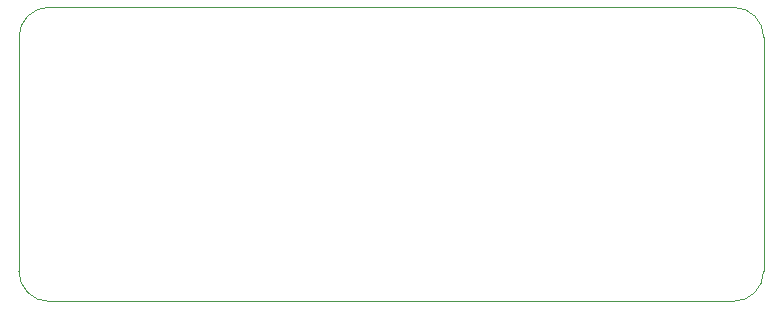
<source format=gm1>
G04 #@! TF.GenerationSoftware,KiCad,Pcbnew,(5.1.0)-1*
G04 #@! TF.CreationDate,2019-08-21T11:10:36-04:00*
G04 #@! TF.ProjectId,Famicom Expansion to NES Controller,46616d69-636f-46d2-9045-7870616e7369,rev?*
G04 #@! TF.SameCoordinates,Original*
G04 #@! TF.FileFunction,Profile,NP*
%FSLAX46Y46*%
G04 Gerber Fmt 4.6, Leading zero omitted, Abs format (unit mm)*
G04 Created by KiCad (PCBNEW (5.1.0)-1) date 2019-08-21 11:10:36*
%MOMM*%
%LPD*%
G04 APERTURE LIST*
%ADD10C,0.050000*%
G04 APERTURE END LIST*
D10*
X186525000Y-52590000D02*
X186525000Y-72410000D01*
X126015000Y-50050000D02*
X183985000Y-50050000D01*
X123475000Y-71950000D02*
X123475000Y-52590000D01*
X126015000Y-50050000D02*
G75*
G03X123475000Y-52590000I0J-2540000D01*
G01*
X186525000Y-52590000D02*
G75*
G03X183985000Y-50050000I-2540000J0D01*
G01*
X183985000Y-74950000D02*
G75*
G03X186525000Y-72410000I0J2540000D01*
G01*
X123475000Y-72410000D02*
G75*
G03X126015000Y-74950000I2540000J0D01*
G01*
X123475000Y-72410000D02*
X123475000Y-71950000D01*
X183985000Y-74950000D02*
X126015000Y-74950000D01*
M02*

</source>
